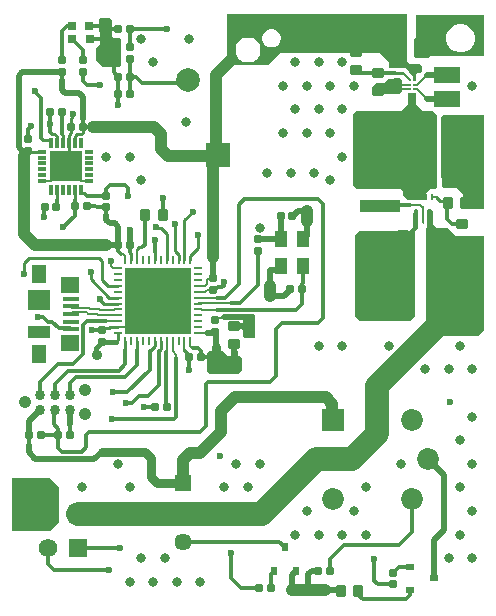
<source format=gtl>
G04*
G04 #@! TF.GenerationSoftware,Altium Limited,Altium Designer,25.2.1 (25)*
G04*
G04 Layer_Physical_Order=1*
G04 Layer_Color=255*
%FSLAX25Y25*%
%MOIN*%
G70*
G04*
G04 #@! TF.SameCoordinates,E3AB8C20-A1E6-43C1-8624-3ED8289FA371*
G04*
G04*
G04 #@! TF.FilePolarity,Positive*
G04*
G01*
G75*
%ADD10C,0.00984*%
%ADD11C,0.00591*%
%ADD12C,0.00787*%
%ADD15C,0.01575*%
%ADD18O,0.03150X0.00984*%
%ADD19O,0.00984X0.03150*%
%ADD20R,0.22047X0.22047*%
G04:AMPARAMS|DCode=21|XSize=31.5mil|YSize=39.37mil|CornerRadius=3.94mil|HoleSize=0mil|Usage=FLASHONLY|Rotation=0.000|XOffset=0mil|YOffset=0mil|HoleType=Round|Shape=RoundedRectangle|*
%AMROUNDEDRECTD21*
21,1,0.03150,0.03150,0,0,0.0*
21,1,0.02362,0.03937,0,0,0.0*
1,1,0.00787,0.01181,-0.01575*
1,1,0.00787,-0.01181,-0.01575*
1,1,0.00787,-0.01181,0.01575*
1,1,0.00787,0.01181,0.01575*
%
%ADD21ROUNDEDRECTD21*%
G04:AMPARAMS|DCode=22|XSize=23.62mil|YSize=27.56mil|CornerRadius=2.95mil|HoleSize=0mil|Usage=FLASHONLY|Rotation=0.000|XOffset=0mil|YOffset=0mil|HoleType=Round|Shape=RoundedRectangle|*
%AMROUNDEDRECTD22*
21,1,0.02362,0.02165,0,0,0.0*
21,1,0.01772,0.02756,0,0,0.0*
1,1,0.00591,0.00886,-0.01083*
1,1,0.00591,-0.00886,-0.01083*
1,1,0.00591,-0.00886,0.01083*
1,1,0.00591,0.00886,0.01083*
%
%ADD22ROUNDEDRECTD22*%
G04:AMPARAMS|DCode=23|XSize=17.72mil|YSize=9.84mil|CornerRadius=1.97mil|HoleSize=0mil|Usage=FLASHONLY|Rotation=90.000|XOffset=0mil|YOffset=0mil|HoleType=Round|Shape=RoundedRectangle|*
%AMROUNDEDRECTD23*
21,1,0.01772,0.00591,0,0,90.0*
21,1,0.01378,0.00984,0,0,90.0*
1,1,0.00394,0.00295,0.00689*
1,1,0.00394,0.00295,-0.00689*
1,1,0.00394,-0.00295,-0.00689*
1,1,0.00394,-0.00295,0.00689*
%
%ADD23ROUNDEDRECTD23*%
G04:AMPARAMS|DCode=24|XSize=55.12mil|YSize=66.93mil|CornerRadius=6.89mil|HoleSize=0mil|Usage=FLASHONLY|Rotation=180.000|XOffset=0mil|YOffset=0mil|HoleType=Round|Shape=RoundedRectangle|*
%AMROUNDEDRECTD24*
21,1,0.05512,0.05315,0,0,180.0*
21,1,0.04134,0.06693,0,0,180.0*
1,1,0.01378,-0.02067,0.02657*
1,1,0.01378,0.02067,0.02657*
1,1,0.01378,0.02067,-0.02657*
1,1,0.01378,-0.02067,-0.02657*
%
%ADD24ROUNDEDRECTD24*%
G04:AMPARAMS|DCode=25|XSize=39.37mil|YSize=70.87mil|CornerRadius=4.92mil|HoleSize=0mil|Usage=FLASHONLY|Rotation=0.000|XOffset=0mil|YOffset=0mil|HoleType=Round|Shape=RoundedRectangle|*
%AMROUNDEDRECTD25*
21,1,0.03937,0.06102,0,0,0.0*
21,1,0.02953,0.07087,0,0,0.0*
1,1,0.00984,0.01476,-0.03051*
1,1,0.00984,-0.01476,-0.03051*
1,1,0.00984,-0.01476,0.03051*
1,1,0.00984,0.01476,0.03051*
%
%ADD25ROUNDEDRECTD25*%
G04:AMPARAMS|DCode=26|XSize=31.5mil|YSize=39.37mil|CornerRadius=3.94mil|HoleSize=0mil|Usage=FLASHONLY|Rotation=90.000|XOffset=0mil|YOffset=0mil|HoleType=Round|Shape=RoundedRectangle|*
%AMROUNDEDRECTD26*
21,1,0.03150,0.03150,0,0,90.0*
21,1,0.02362,0.03937,0,0,90.0*
1,1,0.00787,0.01575,0.01181*
1,1,0.00787,0.01575,-0.01181*
1,1,0.00787,-0.01575,-0.01181*
1,1,0.00787,-0.01575,0.01181*
%
%ADD26ROUNDEDRECTD26*%
%ADD27R,0.13386X0.03858*%
%ADD28R,0.08686X0.05334*%
%ADD29R,0.02362X0.03150*%
%ADD30R,0.03150X0.02362*%
G04:AMPARAMS|DCode=31|XSize=23.62mil|YSize=27.56mil|CornerRadius=2.95mil|HoleSize=0mil|Usage=FLASHONLY|Rotation=270.000|XOffset=0mil|YOffset=0mil|HoleType=Round|Shape=RoundedRectangle|*
%AMROUNDEDRECTD31*
21,1,0.02362,0.02165,0,0,270.0*
21,1,0.01772,0.02756,0,0,270.0*
1,1,0.00591,-0.01083,-0.00886*
1,1,0.00591,-0.01083,0.00886*
1,1,0.00591,0.01083,0.00886*
1,1,0.00591,0.01083,-0.00886*
%
%ADD31ROUNDEDRECTD31*%
G04:AMPARAMS|DCode=32|XSize=51.18mil|YSize=43.31mil|CornerRadius=2.17mil|HoleSize=0mil|Usage=FLASHONLY|Rotation=90.000|XOffset=0mil|YOffset=0mil|HoleType=Round|Shape=RoundedRectangle|*
%AMROUNDEDRECTD32*
21,1,0.05118,0.03898,0,0,90.0*
21,1,0.04685,0.04331,0,0,90.0*
1,1,0.00433,0.01949,0.02343*
1,1,0.00433,0.01949,-0.02343*
1,1,0.00433,-0.01949,-0.02343*
1,1,0.00433,-0.01949,0.02343*
%
%ADD32ROUNDEDRECTD32*%
%ADD33R,0.05118X0.06496*%
%ADD34R,0.07480X0.07087*%
%ADD35R,0.07480X0.03937*%
%ADD36R,0.06102X0.05610*%
%ADD37R,0.05433X0.01772*%
%ADD38R,0.10630X0.10236*%
%ADD39R,0.03150X0.01378*%
%ADD40R,0.01378X0.03347*%
%ADD41R,0.03150X0.03150*%
G04:AMPARAMS|DCode=47|XSize=45.28mil|YSize=13.78mil|CornerRadius=2mil|HoleSize=0mil|Usage=FLASHONLY|Rotation=90.000|XOffset=0mil|YOffset=0mil|HoleType=Round|Shape=RoundedRectangle|*
%AMROUNDEDRECTD47*
21,1,0.04528,0.00978,0,0,90.0*
21,1,0.04128,0.01378,0,0,90.0*
1,1,0.00400,0.00489,0.02064*
1,1,0.00400,0.00489,-0.02064*
1,1,0.00400,-0.00489,-0.02064*
1,1,0.00400,-0.00489,0.02064*
%
%ADD47ROUNDEDRECTD47*%
G04:AMPARAMS|DCode=48|XSize=57.09mil|YSize=7.87mil|CornerRadius=1.97mil|HoleSize=0mil|Usage=FLASHONLY|Rotation=90.000|XOffset=0mil|YOffset=0mil|HoleType=Round|Shape=RoundedRectangle|*
%AMROUNDEDRECTD48*
21,1,0.05709,0.00394,0,0,90.0*
21,1,0.05315,0.00787,0,0,90.0*
1,1,0.00394,0.00197,0.02657*
1,1,0.00394,0.00197,-0.02657*
1,1,0.00394,-0.00197,-0.02657*
1,1,0.00394,-0.00197,0.02657*
%
%ADD48ROUNDEDRECTD48*%
%ADD62C,0.06181*%
%ADD63R,0.06181X0.06181*%
%ADD64C,0.07284*%
%ADD65R,0.07284X0.07284*%
%ADD67C,0.05709*%
%ADD68R,0.05709X0.05709*%
%ADD74C,0.00906*%
%ADD75C,0.03398*%
%ADD76C,0.01378*%
%ADD77C,0.02953*%
%ADD78C,0.01968*%
%ADD79C,0.01181*%
%ADD80C,0.03937*%
%ADD81C,0.07874*%
%ADD82C,0.00715*%
%ADD83C,0.02362*%
%ADD84C,0.07874*%
%ADD85R,0.07874X0.07874*%
%ADD86C,0.04201*%
%ADD87C,0.01968*%
%ADD88C,0.02362*%
%ADD89C,0.03543*%
%ADD90C,0.03150*%
G36*
X15748Y39370D02*
Y27559D01*
X12795Y24606D01*
X0D01*
Y42323D01*
X12795D01*
X15748Y39370D01*
D02*
G37*
G36*
X72047Y83169D02*
X75787D01*
X76673Y82284D01*
Y78248D01*
X75492Y77067D01*
X66142D01*
X65158Y78051D01*
X65059Y84055D01*
X65847Y84842D01*
X70374D01*
X72047Y83169D01*
D02*
G37*
G36*
X81201Y96457D02*
Y89468D01*
X80807Y89075D01*
X77461D01*
X77362Y89173D01*
X76968Y89764D01*
Y96457D01*
X77432Y96920D01*
X80738D01*
X81201Y96457D01*
D02*
G37*
G36*
X135433Y129675D02*
Y125591D01*
X134252Y124409D01*
X134488Y96378D01*
X132756Y94646D01*
X116142D01*
X114331Y96457D01*
X114252Y96535D01*
Y123307D01*
X115748Y124803D01*
X132520D01*
X133858Y126142D01*
Y130659D01*
X134153Y130955D01*
X135433Y129675D01*
D02*
G37*
G36*
X140551Y131086D02*
Y126772D01*
X141732Y125591D01*
X145453D01*
X147894Y123150D01*
X157480D01*
Y91732D01*
X155512Y89764D01*
X140236D01*
X138110Y91890D01*
Y125512D01*
X138514Y125916D01*
Y131804D01*
X138600Y131890D01*
X139747D01*
X140551Y131086D01*
D02*
G37*
G36*
X157480Y183150D02*
X134646D01*
Y196850D01*
X157480D01*
Y183150D01*
D02*
G37*
G36*
X33465Y194980D02*
Y189764D01*
X34055Y189173D01*
X35925D01*
X36516Y188583D01*
Y180217D01*
X35728Y179429D01*
X30315D01*
X28150Y181595D01*
Y185827D01*
X29331Y187008D01*
X29035Y195472D01*
X29429Y195866D01*
X32579D01*
X33465Y194980D01*
D02*
G37*
G36*
X131811Y181130D02*
X132587Y180354D01*
X133976Y180354D01*
X136142D01*
X136614Y179882D01*
Y177992D01*
X136063Y177524D01*
X135280D01*
X134685Y176929D01*
Y175027D01*
X134424Y174709D01*
X134206D01*
X133913Y174779D01*
X133843Y175072D01*
Y175290D01*
X133703Y175627D01*
Y176171D01*
X131260Y179213D01*
X125906D01*
X125669Y179449D01*
Y181102D01*
X122716Y184055D01*
X89370D01*
X85433Y180118D01*
X73701D01*
X71850Y181968D01*
Y196890D01*
X131811D01*
Y181130D01*
D02*
G37*
G36*
X129921Y175000D02*
X130118Y174803D01*
Y171378D01*
X129213Y170472D01*
X121653D01*
X120748Y171378D01*
Y173465D01*
X121417Y174134D01*
X124016D01*
X125394Y175512D01*
X129331Y175591D01*
X129921Y175000D01*
D02*
G37*
G36*
X134744Y170482D02*
Y166831D01*
X137106Y164567D01*
X140394D01*
X141575Y163386D01*
Y139213D01*
X140945Y138583D01*
X139370D01*
X138110Y137323D01*
Y135197D01*
X137874Y134961D01*
X131968D01*
X130472Y136457D01*
Y138031D01*
X129685Y138819D01*
X114961D01*
X113622Y140157D01*
Y163307D01*
X114882Y164567D01*
X129823D01*
X132114Y166858D01*
Y170653D01*
X134573D01*
X134744Y170482D01*
D02*
G37*
G36*
X157520Y132047D02*
X150276D01*
Y137165D01*
X148268Y139173D01*
X144213Y139173D01*
X143268Y139567D01*
Y140118D01*
X143150Y144990D01*
Y162874D01*
X143740Y163465D01*
X157520D01*
Y132047D01*
D02*
G37*
%LPC*%
G36*
X150228Y193701D02*
X148984D01*
X147783Y193379D01*
X146705Y192757D01*
X145826Y191877D01*
X145204Y190800D01*
X144882Y189598D01*
Y188354D01*
X145204Y187153D01*
X145826Y186075D01*
X146705Y185196D01*
X147783Y184574D01*
X148984Y184252D01*
X150228D01*
X151430Y184574D01*
X152507Y185196D01*
X153387Y186075D01*
X154009Y187153D01*
X154331Y188354D01*
Y189598D01*
X154009Y190800D01*
X153387Y191877D01*
X152507Y192757D01*
X151430Y193379D01*
X150228Y193701D01*
D02*
G37*
G36*
X87016Y192032D02*
X86212D01*
X85435Y191823D01*
X84738Y191421D01*
X84170Y190852D01*
X83767Y190156D01*
X83559Y189379D01*
Y188574D01*
X83767Y187797D01*
X84170Y187101D01*
X84738Y186532D01*
X85435Y186129D01*
X86212Y185921D01*
X87016D01*
X87793Y186129D01*
X88490Y186532D01*
X89059Y187101D01*
X89461Y187797D01*
X89669Y188574D01*
Y189379D01*
X89461Y190156D01*
X89059Y190852D01*
X88490Y191421D01*
X87793Y191823D01*
X87016Y192032D01*
D02*
G37*
G36*
X79285Y189177D02*
X78196D01*
X77143Y188895D01*
X76200Y188350D01*
X75429Y187580D01*
X74885Y186636D01*
X74603Y185584D01*
Y184495D01*
X74885Y183442D01*
X75429Y182499D01*
X76200Y181729D01*
X77143Y181184D01*
X78196Y180902D01*
X79285D01*
X80337Y181184D01*
X81281Y181729D01*
X82051Y182499D01*
X82596Y183442D01*
X82878Y184495D01*
Y185584D01*
X82596Y186636D01*
X82051Y187580D01*
X81281Y188350D01*
X80337Y188895D01*
X79285Y189177D01*
D02*
G37*
%LPD*%
D10*
X57559Y84764D02*
X57579Y84744D01*
X59527Y114921D02*
Y116441D01*
X62008Y118921D01*
Y123228D01*
X57559Y114921D02*
Y128425D01*
X60227Y131093D01*
X54252Y118067D02*
Y126937D01*
Y118067D02*
X55590Y116728D01*
Y114921D02*
Y116728D01*
X51653Y114921D02*
Y123740D01*
X49615Y125778D02*
X51653Y123740D01*
X47980Y125933D02*
X48135Y125778D01*
X49615D01*
X30126Y108457D02*
Y114756D01*
X29134Y115748D02*
X30126Y114756D01*
Y108457D02*
X32126Y106457D01*
X5709Y115748D02*
X29134D01*
X18996Y149606D02*
X20177Y148425D01*
X32411Y92366D02*
X32722Y92677D01*
X30902Y92366D02*
X32411D01*
X32722Y92677D02*
X35315D01*
X30213Y91677D02*
X30902Y92366D01*
X20472Y163210D02*
Y163583D01*
X19685Y162422D02*
X20472Y163210D01*
X19685Y159252D02*
Y162422D01*
X19594Y159161D02*
X19685Y159252D01*
X19594Y157374D02*
Y159161D01*
X18996Y149606D02*
Y154035D01*
Y156776D02*
X19594Y157374D01*
X18996Y154035D02*
Y156776D01*
X15059Y154035D02*
X15059Y154035D01*
Y156239D01*
X14211Y157087D02*
X15059Y156239D01*
X13386Y157087D02*
X14211D01*
X39843Y114921D02*
Y116996D01*
X47709Y117728D02*
X47717Y117720D01*
Y114921D02*
Y117720D01*
X51772Y66142D02*
Y66260D01*
X51653Y66378D02*
X51772Y66260D01*
X127874Y177284D02*
X130362D01*
X29528Y101817D02*
Y101969D01*
X30793Y100551D02*
X35315D01*
X29528Y101817D02*
X30793Y100551D01*
X144658Y134575D02*
X145276Y133957D01*
X142801Y134575D02*
X144658D01*
X141451Y135925D02*
X142801Y134575D01*
X26378Y108661D02*
Y111024D01*
Y108661D02*
X32520Y102520D01*
X35315D01*
X32126Y106457D02*
X35315D01*
X34738Y87740D02*
X35315Y88317D01*
Y90709D01*
X41811Y85039D02*
Y88150D01*
X37874Y85039D02*
Y88150D01*
X47717Y86530D02*
Y88150D01*
X46063Y84876D02*
X47717Y86530D01*
X46063Y84842D02*
Y84876D01*
X49054Y84805D02*
X49685Y85436D01*
Y88150D01*
X42520Y119291D02*
X43504D01*
X41811Y118583D02*
X42520Y119291D01*
X22933Y137500D02*
X23130Y137303D01*
X24902Y136516D02*
X25394D01*
X24114Y137303D02*
X24902Y136516D01*
X22933Y137500D02*
Y138484D01*
X23130Y137303D02*
X24114D01*
X5472Y151319D02*
X5610Y151181D01*
X10138D01*
X23622Y157283D02*
Y159252D01*
X20965Y156239D02*
X21714Y156988D01*
X20965Y154035D02*
X20965D01*
X20965D02*
Y156239D01*
X21714Y156988D02*
X23327D01*
X17028Y154035D02*
Y156776D01*
X16732Y157071D02*
X17028Y156776D01*
X16732Y157071D02*
Y157087D01*
X10335Y155020D02*
X12795D01*
X4134Y114173D02*
X5709Y115748D01*
X4134Y110236D02*
Y114173D01*
X15059Y135177D02*
X15079Y135158D01*
X15059Y135177D02*
Y138484D01*
X20965Y135138D02*
X20984Y135118D01*
X20965Y135138D02*
Y138484D01*
D11*
X126224Y171894D02*
X132602D01*
X126181Y171850D02*
X126224Y171894D01*
X128445Y174016D02*
X128924D01*
X129472Y173468D02*
X132602D01*
X128924Y174016D02*
X129472Y173468D01*
X132862Y133366D02*
X136026D01*
X137008Y132384D01*
Y130217D02*
Y132384D01*
X137008Y130217D02*
X137008Y130217D01*
X139961Y135925D02*
X141451D01*
X134177Y171894D02*
X135035D01*
X134177Y173468D02*
X135043D01*
X130362Y177284D02*
X132602Y175043D01*
D12*
X53622Y84598D02*
Y88150D01*
Y84598D02*
X54823Y83398D01*
Y82232D02*
Y83398D01*
X51555Y84252D02*
X51653Y84350D01*
Y88150D01*
X57559Y84764D02*
Y88150D01*
X33005Y113062D02*
Y114637D01*
X32909Y114732D02*
X33005Y114637D01*
Y113062D02*
X33667Y112400D01*
X35277D02*
X35315Y112362D01*
X33667Y112400D02*
X35277D01*
X70473Y95866D02*
X70571Y95965D01*
X68701Y95866D02*
X70473D01*
X68701Y95866D02*
Y95866D01*
X67913Y95079D02*
X68701Y95866D01*
X67716Y95079D02*
X67913D01*
X67716D02*
X68307Y95669D01*
X67026Y105006D02*
X67205Y105185D01*
X65045Y105006D02*
X67026D01*
X64527Y104488D02*
X65045Y105006D01*
X62087Y104488D02*
X64527D01*
X39843Y92677D02*
X40039Y92874D01*
X35315Y92677D02*
X39843D01*
X22933Y141339D02*
X25886D01*
X20177Y144095D02*
X22933Y141339D01*
X13091D02*
X15846Y144095D01*
X10138Y141339D02*
X13091D01*
X135035Y171894D02*
X138329Y168600D01*
X135043Y173468D02*
X138251Y176676D01*
X35277Y94683D02*
X35315Y94646D01*
X34055Y94683D02*
X35277D01*
X34054Y94685D02*
X34055Y94683D01*
X31299Y94685D02*
X34054D01*
X63380Y98425D02*
X68307D01*
X63348Y100591D02*
X72953D01*
X63223Y98583D02*
X63380Y98425D01*
X62087Y98583D02*
X63223D01*
X59527Y86535D02*
Y88150D01*
Y86535D02*
X60433Y85630D01*
X65020Y90709D02*
X65059Y90748D01*
X62087Y90709D02*
X65020D01*
X62087Y100551D02*
X62124Y100589D01*
X63346D01*
X63348Y100591D01*
X62087Y102520D02*
X68307D01*
X62087Y106457D02*
X64331D01*
X64961Y107087D01*
X66890Y108807D02*
X67205Y109122D01*
X64961Y108661D02*
X65107Y108807D01*
X64961Y107087D02*
Y108661D01*
X65107Y108807D02*
X66890D01*
X41811Y114921D02*
Y118583D01*
X37836Y114959D02*
X37874Y114921D01*
X37836Y114959D02*
Y116494D01*
X37205Y117126D02*
X37836Y116494D01*
X36336Y117126D02*
X37205D01*
X13091Y154035D02*
Y154724D01*
X12795Y155020D02*
X13091Y154724D01*
D15*
X30213Y87740D02*
X34738D01*
X30016D02*
X30213D01*
X29622Y87347D02*
X30016Y87740D01*
X29622Y87238D02*
Y87347D01*
X28167Y85782D02*
X29622Y87238D01*
X28167Y83841D02*
Y85782D01*
Y83841D02*
X28543Y83465D01*
D18*
X62087Y90709D02*
D03*
Y92677D02*
D03*
Y94646D02*
D03*
Y96614D02*
D03*
Y98583D02*
D03*
Y100551D02*
D03*
Y102520D02*
D03*
Y104488D02*
D03*
Y106457D02*
D03*
Y108425D02*
D03*
Y110394D02*
D03*
Y112362D02*
D03*
X35315D02*
D03*
Y110394D02*
D03*
Y108425D02*
D03*
Y106457D02*
D03*
Y104488D02*
D03*
Y102520D02*
D03*
Y100551D02*
D03*
Y98583D02*
D03*
Y96614D02*
D03*
Y94646D02*
D03*
Y92677D02*
D03*
Y90709D02*
D03*
D19*
X59527Y114921D02*
D03*
X57559D02*
D03*
X55590D02*
D03*
X53622D02*
D03*
X51653D02*
D03*
X49685D02*
D03*
X47717D02*
D03*
X45748D02*
D03*
X43780D02*
D03*
X41811D02*
D03*
X39843D02*
D03*
X37874D02*
D03*
Y88150D02*
D03*
X39843D02*
D03*
X41811D02*
D03*
X43780D02*
D03*
X45748D02*
D03*
X47717D02*
D03*
X49685D02*
D03*
X51653D02*
D03*
X53622D02*
D03*
X55590D02*
D03*
X57559D02*
D03*
X59527D02*
D03*
D20*
X48701Y101535D02*
D03*
D21*
X115551Y4724D02*
D03*
X109646D02*
D03*
X151181Y133957D02*
D03*
X145276D02*
D03*
X44394Y129905D02*
D03*
X50299D02*
D03*
D22*
X35433Y191929D02*
D03*
X39370D02*
D03*
X102165Y11417D02*
D03*
X106102D02*
D03*
X86319Y5709D02*
D03*
X82382D02*
D03*
X96642Y105248D02*
D03*
X92705D02*
D03*
X93543Y129650D02*
D03*
X89606D02*
D03*
X15551Y56693D02*
D03*
X19488D02*
D03*
X9630Y56760D02*
D03*
X5693D02*
D03*
X51772Y66142D02*
D03*
X47835D02*
D03*
X59055Y82677D02*
D03*
X62992D02*
D03*
X39370Y120079D02*
D03*
X35433D02*
D03*
X25000Y133071D02*
D03*
X21063D02*
D03*
X10925Y132874D02*
D03*
X14862D02*
D03*
X19685Y159252D02*
D03*
X23622D02*
D03*
X12795Y164370D02*
D03*
X16732D02*
D03*
X39370Y170276D02*
D03*
X35433D02*
D03*
X35433Y176181D02*
D03*
X39370D02*
D03*
D23*
X139961Y135925D02*
D03*
X137992D02*
D03*
X136024D02*
D03*
X134055D02*
D03*
D24*
X137429Y142480D02*
D03*
X146429D02*
D03*
X136784Y185630D02*
D03*
X127784D02*
D03*
X146528Y159646D02*
D03*
X137528D02*
D03*
D25*
X130512Y121240D02*
D03*
X142717D02*
D03*
X130575Y110508D02*
D03*
X142780D02*
D03*
X130575Y99779D02*
D03*
X142780D02*
D03*
D26*
X150165Y121173D02*
D03*
Y127079D02*
D03*
X114764Y184350D02*
D03*
Y178445D02*
D03*
X122047Y171358D02*
D03*
Y177264D02*
D03*
X74016Y87008D02*
D03*
Y92913D02*
D03*
D27*
X122807Y142484D02*
D03*
Y133153D02*
D03*
D28*
X145177Y176676D02*
D03*
Y168600D02*
D03*
D29*
X87303Y11280D02*
D03*
X94784D02*
D03*
X91043Y19232D02*
D03*
D30*
X140787Y8957D02*
D03*
X132835Y5217D02*
D03*
Y12697D02*
D03*
D31*
X127165Y6890D02*
D03*
Y10827D02*
D03*
X82209Y121968D02*
D03*
Y118032D02*
D03*
X67716Y95079D02*
D03*
Y91142D02*
D03*
X67205Y105185D02*
D03*
Y109122D02*
D03*
X30213Y91677D02*
D03*
Y87740D02*
D03*
X31496Y132579D02*
D03*
Y136516D02*
D03*
X5472Y151319D02*
D03*
Y155256D02*
D03*
X39370Y186024D02*
D03*
Y182087D02*
D03*
X23622Y177756D02*
D03*
Y181693D02*
D03*
X16831Y177657D02*
D03*
Y181595D02*
D03*
D32*
X97142Y122028D02*
D03*
X89661D02*
D03*
X97142Y112972D02*
D03*
X89661D02*
D03*
D33*
X9213Y110335D02*
D03*
Y83760D02*
D03*
D34*
Y101575D02*
D03*
D35*
Y90945D02*
D03*
D36*
X19350Y106841D02*
D03*
Y87254D02*
D03*
D37*
X19685Y102165D02*
D03*
Y99606D02*
D03*
Y97047D02*
D03*
Y94488D02*
D03*
Y91929D02*
D03*
D38*
X18012Y146260D02*
D03*
D39*
X10138Y151181D02*
D03*
Y149213D02*
D03*
Y147244D02*
D03*
Y145276D02*
D03*
Y143307D02*
D03*
Y141339D02*
D03*
X25886Y151181D02*
D03*
Y149213D02*
D03*
Y147244D02*
D03*
Y145276D02*
D03*
Y143307D02*
D03*
Y141339D02*
D03*
D40*
X13091Y138484D02*
D03*
X15059D02*
D03*
X17028D02*
D03*
X18996D02*
D03*
X20965D02*
D03*
X22933D02*
D03*
X13091Y154035D02*
D03*
X15059D02*
D03*
X17028D02*
D03*
X18996D02*
D03*
X20965D02*
D03*
X22933D02*
D03*
D41*
X19990Y188602D02*
D03*
X25896D02*
D03*
X19980Y192913D02*
D03*
X25886D02*
D03*
D47*
X134843Y129626D02*
D03*
X139173D02*
D03*
D48*
X137008Y130217D02*
D03*
D62*
X11937Y30512D02*
D03*
X11929Y18898D02*
D03*
X147500Y150984D02*
D03*
D63*
X21937Y30512D02*
D03*
X21929Y18898D02*
D03*
X137500Y150984D02*
D03*
D64*
X101488Y48610D02*
D03*
X138890D02*
D03*
X133413Y61835D02*
D03*
X106965Y35386D02*
D03*
X133413D02*
D03*
D65*
X106965Y61835D02*
D03*
D67*
X56929Y21102D02*
D03*
D68*
Y40787D02*
D03*
D74*
X134177Y170319D02*
D03*
Y171894D02*
D03*
Y173468D02*
D03*
Y175043D02*
D03*
X132602Y170319D02*
D03*
Y171894D02*
D03*
Y173468D02*
D03*
Y175043D02*
D03*
D75*
X9437Y65173D02*
D03*
X14437D02*
D03*
X19437D02*
D03*
X9437Y70173D02*
D03*
X14437D02*
D03*
X19437D02*
D03*
D76*
X54823Y62700D02*
Y82232D01*
X51555Y66476D02*
Y84252D01*
Y66476D02*
X51653Y66378D01*
X33465Y62008D02*
X54131D01*
X54823Y62700D01*
X57579Y84744D02*
X58563Y83760D01*
Y83169D02*
Y83760D01*
X47709Y117728D02*
Y121724D01*
X62992Y82677D02*
X68110D01*
X10827Y132776D02*
X11024Y132579D01*
X10876Y129577D02*
Y132431D01*
X10827Y129528D02*
X10876Y129577D01*
Y132431D02*
X11024Y132579D01*
X59055Y78543D02*
Y82677D01*
X34055Y177559D02*
Y182087D01*
Y177559D02*
X35433Y176181D01*
X31201Y191929D02*
X35433D01*
X31890Y188681D02*
X31988Y188583D01*
X25984Y188681D02*
X31890D01*
X25984Y193012D02*
X31594D01*
X25886Y192913D02*
X25984Y193012D01*
X19488Y56693D02*
Y60630D01*
X116929Y1969D02*
X131496D01*
X115748Y3150D02*
X116929Y1969D01*
X115748Y3150D02*
Y4528D01*
X115551Y4724D02*
X115748Y4528D01*
X115551Y4724D02*
X116437Y3839D01*
X131496Y1969D02*
X132835Y3307D01*
Y5217D01*
X33372Y62100D02*
X33465Y62008D01*
X127854Y177264D02*
X127874Y177284D01*
X115945Y177264D02*
X122047D01*
X127854D01*
X11929Y13858D02*
X13976Y11811D01*
X11929Y13858D02*
Y18898D01*
X21929D02*
X36220D01*
X13976Y11811D02*
X32480D01*
X23327Y51217D02*
X24677Y52567D01*
X16673Y51217D02*
X23327D01*
X15535Y52354D02*
X16673Y51217D01*
X122807Y133153D02*
X123020Y133366D01*
X132862D01*
X103740Y95669D02*
Y133858D01*
X102165Y135433D02*
X103740Y133858D01*
X77559Y135433D02*
X102165D01*
X145177Y133858D02*
X145276Y133957D01*
X145177Y128626D02*
Y133858D01*
Y128626D02*
X146724Y127079D01*
X150165D01*
X57716Y174016D02*
X58740Y175039D01*
X43504Y174016D02*
X57716D01*
X39370Y176181D02*
X41339D01*
X43504Y174016D01*
X114764Y178445D02*
X115945Y177264D01*
X15535Y52354D02*
Y56693D01*
X39469Y192028D02*
X42126D01*
X51673D01*
X15502Y56726D02*
X15535Y56693D01*
X62774Y57803D02*
X64581Y59610D01*
X25721Y57803D02*
X62774D01*
X64581Y59610D02*
Y73602D01*
X9630Y56760D02*
X9663Y56726D01*
X15502D01*
X5693Y53429D02*
Y56760D01*
X23878Y93366D02*
X25197Y94685D01*
X23878Y83837D02*
Y93366D01*
X25197Y94685D02*
X31299D01*
X20356Y80315D02*
X23878Y83837D01*
X9437Y74317D02*
X15435Y80315D01*
X20356D01*
X9437Y70173D02*
Y74317D01*
X35752Y78150D02*
X37874Y80272D01*
X14437Y73791D02*
X18795Y78150D01*
X19437Y74161D02*
X21260Y75984D01*
X18795Y78150D02*
X35752D01*
X21260Y75984D02*
X37795D01*
X41811Y80000D01*
X19437Y70173D02*
Y74161D01*
X49016Y73228D02*
Y84767D01*
X49054Y84805D01*
X20984Y132992D02*
Y135118D01*
X38484Y70965D02*
X46063Y78543D01*
X33661Y70965D02*
X38484D01*
X46063Y78543D02*
Y84842D01*
X42323Y69685D02*
X45472D01*
X49016Y73228D01*
X40157Y67520D02*
X42323Y69685D01*
X37992Y67520D02*
X40157D01*
X41811Y80000D02*
Y85039D01*
X24677Y56760D02*
X25721Y57803D01*
X62992Y82677D02*
Y84646D01*
X60433Y85630D02*
X62008D01*
X62992Y84646D01*
X65388Y74410D02*
X86024D01*
X87992Y76378D01*
X64581Y73602D02*
X65388Y74410D01*
X87992Y76378D02*
Y92126D01*
X89919Y94053D01*
X102124D01*
X103740Y95669D01*
X75590Y133465D02*
X77559Y135433D01*
X75590Y106890D02*
Y133465D01*
X82209Y106815D02*
Y118032D01*
X72953Y100591D02*
X75984D01*
X82209Y106815D01*
X71220Y102520D02*
X75590Y106890D01*
X68307Y102520D02*
X71220D01*
X68307Y98425D02*
X94713D01*
X96642Y100354D01*
X44394Y120181D02*
Y129905D01*
X35529Y117933D02*
Y119983D01*
X35433Y120079D02*
X35529Y119983D01*
X25000Y133071D02*
X25000Y133071D01*
X23622Y159252D02*
Y162008D01*
X16752Y175217D02*
Y177579D01*
X16831Y177657D01*
X66831Y84055D02*
X68110Y82776D01*
X122047Y6890D02*
X127165D01*
X120866Y8071D02*
X122047Y6890D01*
X120866Y8071D02*
Y15354D01*
X86319Y10295D02*
X87303Y11280D01*
X86319Y5709D02*
Y10295D01*
X89173Y21102D02*
X91043Y19232D01*
X56929Y21102D02*
X89173D01*
X133413Y24358D02*
Y35386D01*
X129134Y20079D02*
X133413Y24358D01*
X110827Y20079D02*
X129134D01*
X106102Y15354D02*
X110827Y20079D01*
X106102Y11417D02*
Y15354D01*
X129035Y12697D02*
X132835D01*
X127165Y10827D02*
X129035Y12697D01*
X15551Y56693D02*
Y58849D01*
X14164Y60236D02*
X15551Y58849D01*
X39370Y176181D02*
X39370Y176181D01*
X39370Y170276D02*
Y176181D01*
Y182087D02*
X39370Y182087D01*
Y176181D02*
Y182087D01*
X39370Y186024D02*
X39370Y186024D01*
Y191929D01*
X39469Y192028D01*
X25098Y173327D02*
X29232D01*
X23622Y174803D02*
X25098Y173327D01*
X23622Y174803D02*
Y177756D01*
X16732Y181791D02*
Y191339D01*
X18307Y192913D01*
X19980D01*
X23622Y181693D02*
Y185138D01*
X20079Y188681D02*
X23622Y185138D01*
X16732Y181791D02*
X16929Y181988D01*
X37874Y80272D02*
Y85039D01*
X14862Y132874D02*
X15079Y133090D01*
Y135158D01*
X20930Y132938D02*
X20984Y132992D01*
X14164Y60236D02*
Y64900D01*
X14437Y65173D01*
X24677Y52567D02*
Y56760D01*
X14437Y70173D02*
Y73791D01*
X96642Y100354D02*
Y105248D01*
X97142Y107461D02*
Y112972D01*
X96839Y107158D02*
X97142Y107461D01*
X96839Y105445D02*
Y107158D01*
X96642Y105248D02*
X96839Y105445D01*
D77*
X68110Y82307D02*
Y82677D01*
Y82307D02*
X68194Y82223D01*
X68110Y82776D02*
Y86122D01*
X68194Y81806D02*
X68307Y81693D01*
X68194Y81806D02*
Y82223D01*
X144998Y168780D02*
X145177Y168600D01*
X68110Y82677D02*
Y82776D01*
X48287Y40787D02*
X56929D01*
X46260Y42815D02*
X48287Y40787D01*
X46260Y42815D02*
Y49213D01*
X44291Y51181D02*
X46260Y49213D01*
X30020Y51181D02*
X44291D01*
D78*
X109449Y4921D02*
X109646Y4724D01*
X104528Y4921D02*
X109449D01*
X39252Y120146D02*
X39370Y120264D01*
X19437Y60681D02*
Y65173D01*
X70571Y95965D02*
X77649D01*
X78732Y94882D01*
X78839D01*
X10827Y132776D02*
X10925Y132874D01*
X98819Y5315D02*
X99213Y4921D01*
X98819Y5315D02*
Y10236D01*
X100000Y11417D01*
X102165D01*
X93504Y4921D02*
Y10000D01*
X94784Y11280D01*
X77165Y92913D02*
X78937Y91142D01*
X74016Y92913D02*
X77165D01*
X97142Y122028D02*
X98323Y123209D01*
X39370Y120264D02*
Y125000D01*
X19437Y60681D02*
X19488Y60630D01*
X98323Y123209D02*
Y124751D01*
X98327Y124756D01*
Y127953D01*
X95390Y131496D02*
X98327D01*
X93937Y130043D02*
X95390Y131496D01*
X93740Y130043D02*
X93937D01*
X93543Y129847D02*
X93740Y130043D01*
X93543Y129650D02*
Y129847D01*
X85984Y103150D02*
X90606D01*
X92311Y104854D01*
X92508D01*
X92705Y105051D01*
Y105248D01*
X88501Y111812D02*
X89661Y112972D01*
X85985Y111812D02*
X88501D01*
X85984Y111811D02*
X85985Y111812D01*
X85984Y106457D02*
Y111811D01*
X92705Y105248D02*
Y105445D01*
X92311Y105642D02*
X92508D01*
X92705Y105445D01*
X97142Y122028D02*
Y122421D01*
X31299Y120079D02*
X35433D01*
X7874Y48720D02*
X27559D01*
X30020Y51181D01*
X5693Y50902D02*
X7874Y48720D01*
X5693Y50902D02*
Y53429D01*
X67205Y109122D02*
Y115993D01*
X138329Y168600D02*
X145177D01*
X138251Y176676D02*
X145177D01*
X5693Y61429D02*
X9437Y65173D01*
X5693Y56760D02*
Y61429D01*
X35433Y120079D02*
Y126209D01*
X34280Y127362D02*
X35433Y126209D01*
X32649Y127362D02*
X34280D01*
X31496Y128515D02*
X32649Y127362D01*
X31496Y128515D02*
Y129921D01*
X3937Y149784D02*
X5079Y150925D01*
Y151122D01*
X5276Y151319D01*
X5472D01*
X3476Y177657D02*
X16831D01*
X2323Y176504D02*
X3476Y177657D01*
X2323Y152692D02*
Y176504D01*
Y152692D02*
X3515Y151499D01*
X5292D01*
X5472Y151319D01*
X23622Y162008D02*
Y169291D01*
X22244Y170669D02*
X23622Y169291D01*
X17885Y170669D02*
X22244D01*
X16732Y171822D02*
X17885Y170669D01*
X16732Y171822D02*
Y175197D01*
X16752Y175217D01*
X138890Y48610D02*
X144095Y43406D01*
Y25000D02*
Y43406D01*
X140787Y21693D02*
X144095Y25000D01*
X140787Y8957D02*
Y21693D01*
X68110Y86122D02*
Y90748D01*
X67716Y91142D02*
X68110Y90748D01*
X74016Y84350D02*
Y87008D01*
X65059Y90748D02*
X67323D01*
X67716Y91142D01*
X82209Y121968D02*
X82238Y121998D01*
X89632D01*
X89606Y129650D02*
X89634Y129622D01*
Y122000D02*
Y129622D01*
X89632Y121998D02*
X89634Y122000D01*
D79*
X67272Y105118D02*
X67929Y105776D01*
X35433Y166634D02*
Y176181D01*
X39252Y117587D02*
Y120146D01*
X8769Y95956D02*
X10368D01*
X12032Y94291D01*
X13523D01*
X15590Y92224D01*
X26772Y91732D02*
X26827Y91677D01*
X30213D01*
X70640Y107451D02*
X70866Y107677D01*
X70640Y106467D02*
Y107451D01*
X70079Y105905D02*
X70640Y106467D01*
X68684Y105905D02*
X70079D01*
X68554Y105776D02*
X68684Y105905D01*
X67929Y105776D02*
X68554D01*
X67205Y105185D02*
X67272Y105118D01*
X39252Y117587D02*
X39843Y116996D01*
X50299Y129905D02*
Y135831D01*
X12795Y157677D02*
X13386Y157087D01*
X12795Y160236D02*
Y164370D01*
Y157677D02*
Y160236D01*
X5472Y155256D02*
Y158696D01*
X6299Y159523D02*
Y159843D01*
X5472Y158696D02*
X6299Y159523D01*
X44193Y66142D02*
X47835D01*
X19390Y92224D02*
X19685Y91929D01*
X15590Y92224D02*
X19390D01*
X43504Y119291D02*
X44394Y120181D01*
X35529Y117933D02*
X36336Y117126D01*
X25000Y133071D02*
X27756D01*
X38681Y136319D02*
Y138976D01*
X31496Y129921D02*
Y132579D01*
X28248D02*
X31496D01*
X27756Y133071D02*
X28248Y132579D01*
X25394Y136516D02*
X31496D01*
X16732Y157087D02*
Y164370D01*
X25000Y133071D02*
X25460Y132611D01*
X23622Y159252D02*
X27067D01*
X24902Y132972D02*
X25000Y133071D01*
X73032Y9055D02*
Y17520D01*
Y9055D02*
X76378Y5709D01*
X82382D01*
X37598Y140059D02*
X38681Y138976D01*
X32776Y140059D02*
X37598D01*
X31496Y138779D02*
X32776Y140059D01*
X31496Y136516D02*
Y138779D01*
X7677Y170965D02*
Y171260D01*
Y170965D02*
X9646Y168996D01*
Y155709D02*
Y168996D01*
Y155709D02*
X10335Y155020D01*
X17224Y125984D02*
X20930Y129690D01*
Y132938D01*
D80*
X99213Y4921D02*
X104528D01*
X93504D02*
X99213D01*
X85984Y103150D02*
Y106457D01*
X98327Y127953D02*
Y131496D01*
X7677Y120079D02*
X31299D01*
X67205Y115993D02*
Y149831D01*
X106890Y61910D02*
Y67084D01*
X68150Y150630D02*
X68740Y150039D01*
X68150Y176850D02*
X73378Y182079D01*
X68134Y160646D02*
X68150Y160631D01*
X52109Y149831D02*
X67205D01*
X49803Y152138D02*
Y156946D01*
X68134Y169432D02*
X68150Y169448D01*
Y150630D02*
Y160631D01*
X49803Y152138D02*
X52109Y149831D01*
X68150Y169448D02*
Y176850D01*
X68134Y160646D02*
Y169432D01*
X105291Y63508D02*
X106890Y61910D01*
X106965Y61835D01*
X104584Y69390D02*
X106890Y67084D01*
X74508Y69390D02*
X104584D01*
X62795Y50591D02*
X69882Y57677D01*
X59235Y50591D02*
X62795D01*
X56929Y48284D02*
X59235Y50591D01*
X56929Y40787D02*
Y48284D01*
X69882Y57677D02*
Y64764D01*
X74508Y69390D01*
X47497Y159252D02*
X49803Y156946D01*
X27067Y159252D02*
X47497D01*
X3937Y123819D02*
X7677Y120079D01*
X3937Y123819D02*
Y149784D01*
D81*
X21937Y30512D02*
X83390D01*
X101488Y48610D01*
X113492D01*
X142780Y99945D02*
X151024Y108189D01*
X142780Y99779D02*
Y99945D01*
Y94039D02*
Y99779D01*
X121811Y73071D02*
X142780Y94039D01*
X121811Y56929D02*
Y73071D01*
X113492Y48610D02*
X121811Y56929D01*
D82*
X29269Y98356D02*
X33932D01*
X29052Y98572D02*
X29269Y98356D01*
X20207Y97570D02*
X24982D01*
X25494Y97058D01*
X28425D01*
X20207Y99084D02*
X25609D01*
X28641Y96841D02*
X33932D01*
X26121Y98572D02*
X29052D01*
X28425Y97058D02*
X28641Y96841D01*
X25609Y99084D02*
X26121Y98572D01*
X33932Y98356D02*
X34159Y98583D01*
X33932Y96841D02*
X34159Y96614D01*
X19685Y97047D02*
X20207Y97570D01*
X34159Y96614D02*
X35315D01*
X19685Y99606D02*
X20207Y99084D01*
X34159Y98583D02*
X35315D01*
D83*
X72638Y79453D02*
X74016Y80831D01*
Y84350D01*
X72638Y79134D02*
Y79453D01*
D84*
X58740Y175039D02*
D03*
D85*
X68740Y150039D02*
D03*
D86*
X4437Y67673D02*
D03*
X24437Y71673D02*
D03*
Y63673D02*
D03*
D87*
X57362Y92874D02*
D03*
X53031D02*
D03*
X48701D02*
D03*
X44370D02*
D03*
X40039D02*
D03*
X57362Y97205D02*
D03*
X53031D02*
D03*
X48701D02*
D03*
X44370D02*
D03*
X40039D02*
D03*
X57362Y101535D02*
D03*
X53031D02*
D03*
X48701D02*
D03*
X44370D02*
D03*
X40039D02*
D03*
X57362Y105866D02*
D03*
X53031D02*
D03*
X48701D02*
D03*
X44370D02*
D03*
X40039D02*
D03*
X57362Y110197D02*
D03*
X53031D02*
D03*
X48701D02*
D03*
X44370D02*
D03*
X40039D02*
D03*
X20177Y144095D02*
D03*
X15846D02*
D03*
Y148425D02*
D03*
X20177D02*
D03*
D88*
X32909Y114732D02*
D03*
X54252Y126937D02*
D03*
X47980Y125933D02*
D03*
X47709Y121724D02*
D03*
X126181Y171850D02*
D03*
X128445Y174016D02*
D03*
X13189Y36220D02*
D03*
X9547Y39961D02*
D03*
Y36122D02*
D03*
X6102Y28150D02*
D03*
Y32087D02*
D03*
Y36024D02*
D03*
Y39961D02*
D03*
X2559Y28150D02*
D03*
Y32087D02*
D03*
Y36024D02*
D03*
Y39961D02*
D03*
X120118Y98740D02*
D03*
Y104252D02*
D03*
Y116063D02*
D03*
Y121968D02*
D03*
Y110158D02*
D03*
X123937Y98189D02*
D03*
Y103701D02*
D03*
Y115512D02*
D03*
Y121417D02*
D03*
Y109606D02*
D03*
X154724Y148819D02*
D03*
Y160630D02*
D03*
Y154724D02*
D03*
Y143386D02*
D03*
Y137402D02*
D03*
X154567Y193465D02*
D03*
X154646Y184646D02*
D03*
X142756Y184882D02*
D03*
X142441Y193228D02*
D03*
X137638Y193307D02*
D03*
X142598Y188976D02*
D03*
X8769Y95956D02*
D03*
X69291Y49606D02*
D03*
X26772Y91732D02*
D03*
X50299Y135831D02*
D03*
X10827Y129528D02*
D03*
X6299Y159843D02*
D03*
X104528Y4921D02*
D03*
X99213D02*
D03*
X93504D02*
D03*
X78937Y91142D02*
D03*
X59055Y78543D02*
D03*
X44193Y66142D02*
D03*
X20472Y163583D02*
D03*
X30512Y184449D02*
D03*
X34055Y182087D02*
D03*
X33858Y186909D02*
D03*
X12795Y160236D02*
D03*
X39370Y125000D02*
D03*
X78839Y94882D02*
D03*
X70866Y107677D02*
D03*
X19488Y60630D02*
D03*
X98327Y127953D02*
D03*
Y131496D02*
D03*
X85984Y103150D02*
D03*
Y106457D02*
D03*
X35433Y166634D02*
D03*
X36220Y18898D02*
D03*
X32480Y11811D02*
D03*
X29528Y101969D02*
D03*
X146221Y67795D02*
D03*
X26378Y111024D02*
D03*
X37992Y67520D02*
D03*
X33661Y70965D02*
D03*
X33372Y62100D02*
D03*
X60236Y131102D02*
D03*
X38681Y136319D02*
D03*
X120866Y15354D02*
D03*
X4134Y110236D02*
D03*
X73032Y17520D02*
D03*
X51673Y192028D02*
D03*
X7677Y171260D02*
D03*
X29232Y173327D02*
D03*
X62008Y123228D02*
D03*
X17224Y125984D02*
D03*
D89*
X68307Y81693D02*
D03*
X72638Y79134D02*
D03*
X28543Y83465D02*
D03*
X67323Y119587D02*
D03*
D90*
X78634Y39264D02*
D03*
X82571Y47138D02*
D03*
X23516Y39264D02*
D03*
X70760D02*
D03*
X39264D02*
D03*
X58161Y161016D02*
D03*
X85130Y143988D02*
D03*
X93004D02*
D03*
X100878D02*
D03*
X153437Y173122D02*
D03*
X149500Y86508D02*
D03*
X153437Y78634D02*
D03*
Y62886D02*
D03*
X149500Y55012D02*
D03*
X153437Y47138D02*
D03*
X149500Y39264D02*
D03*
X153437Y31390D02*
D03*
X149500Y23516D02*
D03*
X153437Y15642D02*
D03*
X145563Y78634D02*
D03*
Y15642D02*
D03*
X137689Y78634D02*
D03*
X125878Y86508D02*
D03*
X129815Y47138D02*
D03*
X118004Y39264D02*
D03*
Y23516D02*
D03*
X110130Y180996D02*
D03*
X114067Y173122D02*
D03*
X110130Y165248D02*
D03*
Y149500D02*
D03*
Y86508D02*
D03*
X114067Y31390D02*
D03*
X110130Y23516D02*
D03*
X102256Y180996D02*
D03*
X106193Y173122D02*
D03*
X102256Y165248D02*
D03*
X106193Y157374D02*
D03*
Y141626D02*
D03*
X102256Y86508D02*
D03*
Y23516D02*
D03*
X94382Y180996D02*
D03*
X98319Y173122D02*
D03*
X94382Y165248D02*
D03*
X98319Y157374D02*
D03*
Y31390D02*
D03*
X94382Y23516D02*
D03*
X90445Y173122D02*
D03*
Y157374D02*
D03*
X82571Y125878D02*
D03*
X74697Y47138D02*
D03*
X62886Y7768D02*
D03*
X58949Y188870D02*
D03*
X55012Y7768D02*
D03*
X47138Y180996D02*
D03*
X51075Y15642D02*
D03*
X47138Y7768D02*
D03*
X43201Y188870D02*
D03*
X39264Y149500D02*
D03*
X43201Y141626D02*
D03*
Y15642D02*
D03*
X39264Y7768D02*
D03*
X31390Y149500D02*
D03*
X35327Y47138D02*
D03*
M02*

</source>
